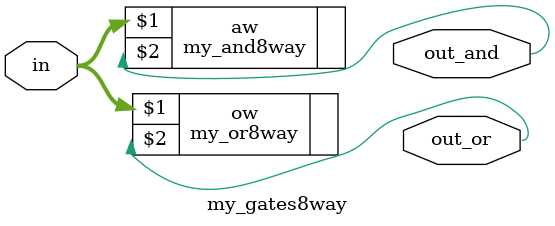
<source format=v>
`include "my_and8way.v"
`include "my_or8way.v"

module my_gates8way(input [7:0] in,
                    output out_and,
                    output out_or);

   my_and8way aw(in, out_and);
   my_or8way ow(in, out_or);
endmodule

</source>
